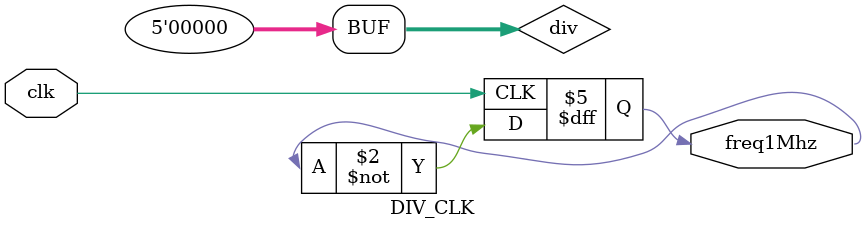
<source format=v>
module DIV_CLK(clk, freq1Mhz);
input wire clk; 
output reg freq1Mhz 		= 1'd0;

localparam  STEP			= 5'd1;
localparam  MIN			= 5'd0;
//localparam  DIV5MHZ		= 5'd4;
localparam  DIV12_5MHZ		= 5'd1;
//localparam  DIV1MHZ		= 5'd24;
reg[4:0] div = MIN;

always@(posedge clk)
begin
	freq1Mhz <= ~freq1Mhz;
end
endmodule
//always@(posedge clk)
//begin
//	if(div==DIV12_5MHZ)
//		begin
//			freq1Mhz <= ~freq1Mhz;
//			div<=MIN;
//		end
//	else
//		begin
//			div <= div + STEP;
//		end
//end
//endmodule
</source>
